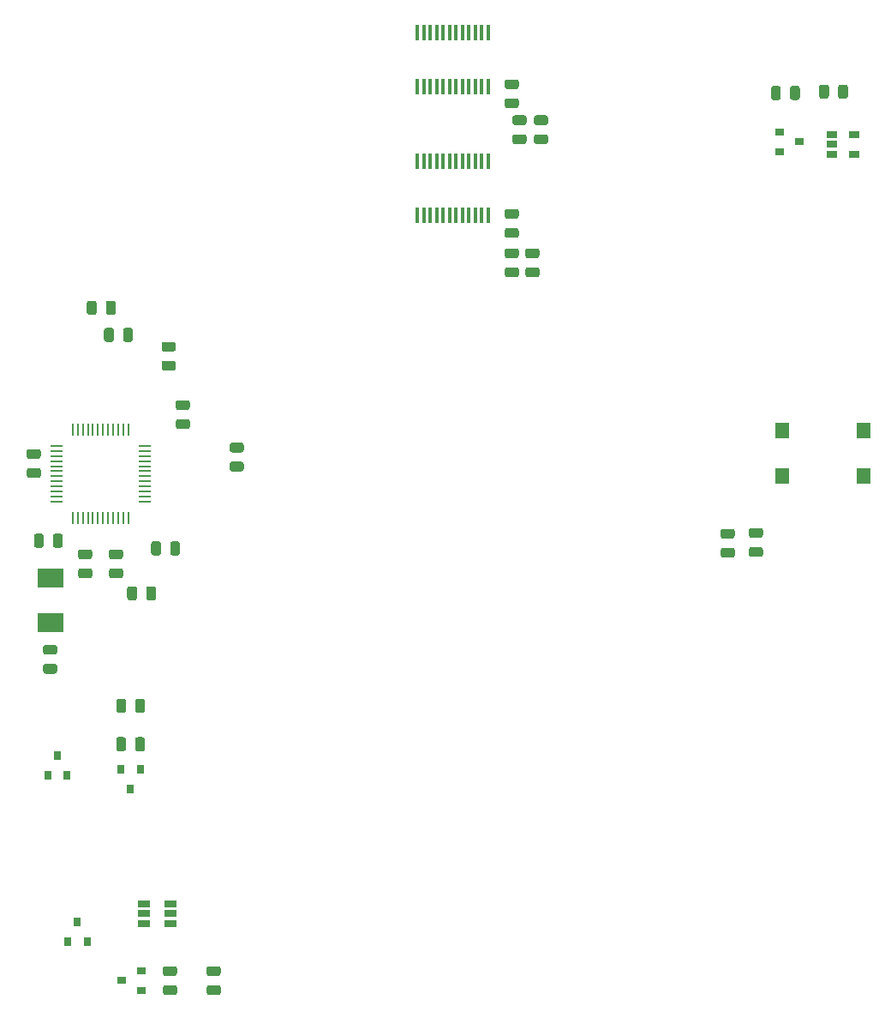
<source format=gbr>
G04 #@! TF.GenerationSoftware,KiCad,Pcbnew,(5.1.6-0-10_14)*
G04 #@! TF.CreationDate,2020-09-15T11:41:32-04:00*
G04 #@! TF.ProjectId,imperializer,696d7065-7269-4616-9c69-7a65722e6b69,1.2*
G04 #@! TF.SameCoordinates,Original*
G04 #@! TF.FileFunction,Paste,Bot*
G04 #@! TF.FilePolarity,Positive*
%FSLAX46Y46*%
G04 Gerber Fmt 4.6, Leading zero omitted, Abs format (unit mm)*
G04 Created by KiCad (PCBNEW (5.1.6-0-10_14)) date 2020-09-15 11:41:32*
%MOMM*%
%LPD*%
G01*
G04 APERTURE LIST*
%ADD10R,0.900000X0.800000*%
%ADD11R,0.800000X0.900000*%
%ADD12R,1.220000X0.650000*%
%ADD13R,1.060000X0.650000*%
%ADD14R,1.400000X1.600000*%
%ADD15R,2.500000X1.900000*%
%ADD16R,0.250000X1.300000*%
%ADD17R,1.300000X0.250000*%
%ADD18R,0.410000X1.600000*%
G04 APERTURE END LIST*
G36*
G01*
X99626000Y-86538750D02*
X99626000Y-87451250D01*
G75*
G02*
X99382250Y-87695000I-243750J0D01*
G01*
X98894750Y-87695000D01*
G75*
G02*
X98651000Y-87451250I0J243750D01*
G01*
X98651000Y-86538750D01*
G75*
G02*
X98894750Y-86295000I243750J0D01*
G01*
X99382250Y-86295000D01*
G75*
G02*
X99626000Y-86538750I0J-243750D01*
G01*
G37*
G36*
G01*
X101501000Y-86538750D02*
X101501000Y-87451250D01*
G75*
G02*
X101257250Y-87695000I-243750J0D01*
G01*
X100769750Y-87695000D01*
G75*
G02*
X100526000Y-87451250I0J243750D01*
G01*
X100526000Y-86538750D01*
G75*
G02*
X100769750Y-86295000I243750J0D01*
G01*
X101257250Y-86295000D01*
G75*
G02*
X101501000Y-86538750I0J-243750D01*
G01*
G37*
G36*
G01*
X95640500Y-58344750D02*
X95640500Y-59257250D01*
G75*
G02*
X95396750Y-59501000I-243750J0D01*
G01*
X94909250Y-59501000D01*
G75*
G02*
X94665500Y-59257250I0J243750D01*
G01*
X94665500Y-58344750D01*
G75*
G02*
X94909250Y-58101000I243750J0D01*
G01*
X95396750Y-58101000D01*
G75*
G02*
X95640500Y-58344750I0J-243750D01*
G01*
G37*
G36*
G01*
X97515500Y-58344750D02*
X97515500Y-59257250D01*
G75*
G02*
X97271750Y-59501000I-243750J0D01*
G01*
X96784250Y-59501000D01*
G75*
G02*
X96540500Y-59257250I0J243750D01*
G01*
X96540500Y-58344750D01*
G75*
G02*
X96784250Y-58101000I243750J0D01*
G01*
X97271750Y-58101000D01*
G75*
G02*
X97515500Y-58344750I0J-243750D01*
G01*
G37*
G36*
G01*
X97340000Y-61011750D02*
X97340000Y-61924250D01*
G75*
G02*
X97096250Y-62168000I-243750J0D01*
G01*
X96608750Y-62168000D01*
G75*
G02*
X96365000Y-61924250I0J243750D01*
G01*
X96365000Y-61011750D01*
G75*
G02*
X96608750Y-60768000I243750J0D01*
G01*
X97096250Y-60768000D01*
G75*
G02*
X97340000Y-61011750I0J-243750D01*
G01*
G37*
G36*
G01*
X99215000Y-61011750D02*
X99215000Y-61924250D01*
G75*
G02*
X98971250Y-62168000I-243750J0D01*
G01*
X98483750Y-62168000D01*
G75*
G02*
X98240000Y-61924250I0J243750D01*
G01*
X98240000Y-61011750D01*
G75*
G02*
X98483750Y-60768000I243750J0D01*
G01*
X98971250Y-60768000D01*
G75*
G02*
X99215000Y-61011750I0J-243750D01*
G01*
G37*
G36*
G01*
X103199250Y-63128500D02*
X102286750Y-63128500D01*
G75*
G02*
X102043000Y-62884750I0J243750D01*
G01*
X102043000Y-62397250D01*
G75*
G02*
X102286750Y-62153500I243750J0D01*
G01*
X103199250Y-62153500D01*
G75*
G02*
X103443000Y-62397250I0J-243750D01*
G01*
X103443000Y-62884750D01*
G75*
G02*
X103199250Y-63128500I-243750J0D01*
G01*
G37*
G36*
G01*
X103199250Y-65003500D02*
X102286750Y-65003500D01*
G75*
G02*
X102043000Y-64759750I0J243750D01*
G01*
X102043000Y-64272250D01*
G75*
G02*
X102286750Y-64028500I243750J0D01*
G01*
X103199250Y-64028500D01*
G75*
G02*
X103443000Y-64272250I0J-243750D01*
G01*
X103443000Y-64759750D01*
G75*
G02*
X103199250Y-65003500I-243750J0D01*
G01*
G37*
G36*
G01*
X160325750Y-82413500D02*
X161238250Y-82413500D01*
G75*
G02*
X161482000Y-82657250I0J-243750D01*
G01*
X161482000Y-83144750D01*
G75*
G02*
X161238250Y-83388500I-243750J0D01*
G01*
X160325750Y-83388500D01*
G75*
G02*
X160082000Y-83144750I0J243750D01*
G01*
X160082000Y-82657250D01*
G75*
G02*
X160325750Y-82413500I243750J0D01*
G01*
G37*
G36*
G01*
X160325750Y-80538500D02*
X161238250Y-80538500D01*
G75*
G02*
X161482000Y-80782250I0J-243750D01*
G01*
X161482000Y-81269750D01*
G75*
G02*
X161238250Y-81513500I-243750J0D01*
G01*
X160325750Y-81513500D01*
G75*
G02*
X160082000Y-81269750I0J243750D01*
G01*
X160082000Y-80782250D01*
G75*
G02*
X160325750Y-80538500I243750J0D01*
G01*
G37*
G36*
G01*
X157531750Y-82492000D02*
X158444250Y-82492000D01*
G75*
G02*
X158688000Y-82735750I0J-243750D01*
G01*
X158688000Y-83223250D01*
G75*
G02*
X158444250Y-83467000I-243750J0D01*
G01*
X157531750Y-83467000D01*
G75*
G02*
X157288000Y-83223250I0J243750D01*
G01*
X157288000Y-82735750D01*
G75*
G02*
X157531750Y-82492000I243750J0D01*
G01*
G37*
G36*
G01*
X157531750Y-80617000D02*
X158444250Y-80617000D01*
G75*
G02*
X158688000Y-80860750I0J-243750D01*
G01*
X158688000Y-81348250D01*
G75*
G02*
X158444250Y-81592000I-243750J0D01*
G01*
X157531750Y-81592000D01*
G75*
G02*
X157288000Y-81348250I0J243750D01*
G01*
X157288000Y-80860750D01*
G75*
G02*
X157531750Y-80617000I243750J0D01*
G01*
G37*
D10*
X165084000Y-42418000D03*
X163084000Y-41468000D03*
X163084000Y-43368000D03*
D11*
X93726000Y-119396000D03*
X92776000Y-121396000D03*
X94676000Y-121396000D03*
D12*
X100290000Y-117668000D03*
X100290000Y-118618000D03*
X100290000Y-119568000D03*
X102910000Y-119568000D03*
X102910000Y-118618000D03*
X102910000Y-117668000D03*
D13*
X170518000Y-43622000D03*
X170518000Y-41722000D03*
X168318000Y-41722000D03*
X168318000Y-42672000D03*
X168318000Y-43622000D03*
G36*
G01*
X89864250Y-73718000D02*
X88951750Y-73718000D01*
G75*
G02*
X88708000Y-73474250I0J243750D01*
G01*
X88708000Y-72986750D01*
G75*
G02*
X88951750Y-72743000I243750J0D01*
G01*
X89864250Y-72743000D01*
G75*
G02*
X90108000Y-72986750I0J-243750D01*
G01*
X90108000Y-73474250D01*
G75*
G02*
X89864250Y-73718000I-243750J0D01*
G01*
G37*
G36*
G01*
X89864250Y-75593000D02*
X88951750Y-75593000D01*
G75*
G02*
X88708000Y-75349250I0J243750D01*
G01*
X88708000Y-74861750D01*
G75*
G02*
X88951750Y-74618000I243750J0D01*
G01*
X89864250Y-74618000D01*
G75*
G02*
X90108000Y-74861750I0J-243750D01*
G01*
X90108000Y-75349250D01*
G75*
G02*
X89864250Y-75593000I-243750J0D01*
G01*
G37*
G36*
G01*
X104596250Y-68892000D02*
X103683750Y-68892000D01*
G75*
G02*
X103440000Y-68648250I0J243750D01*
G01*
X103440000Y-68160750D01*
G75*
G02*
X103683750Y-67917000I243750J0D01*
G01*
X104596250Y-67917000D01*
G75*
G02*
X104840000Y-68160750I0J-243750D01*
G01*
X104840000Y-68648250D01*
G75*
G02*
X104596250Y-68892000I-243750J0D01*
G01*
G37*
G36*
G01*
X104596250Y-70767000D02*
X103683750Y-70767000D01*
G75*
G02*
X103440000Y-70523250I0J243750D01*
G01*
X103440000Y-70035750D01*
G75*
G02*
X103683750Y-69792000I243750J0D01*
G01*
X104596250Y-69792000D01*
G75*
G02*
X104840000Y-70035750I0J-243750D01*
G01*
X104840000Y-70523250D01*
G75*
G02*
X104596250Y-70767000I-243750J0D01*
G01*
G37*
G36*
G01*
X109017750Y-73983000D02*
X109930250Y-73983000D01*
G75*
G02*
X110174000Y-74226750I0J-243750D01*
G01*
X110174000Y-74714250D01*
G75*
G02*
X109930250Y-74958000I-243750J0D01*
G01*
X109017750Y-74958000D01*
G75*
G02*
X108774000Y-74714250I0J243750D01*
G01*
X108774000Y-74226750D01*
G75*
G02*
X109017750Y-73983000I243750J0D01*
G01*
G37*
G36*
G01*
X109017750Y-72108000D02*
X109930250Y-72108000D01*
G75*
G02*
X110174000Y-72351750I0J-243750D01*
G01*
X110174000Y-72839250D01*
G75*
G02*
X109930250Y-73083000I-243750J0D01*
G01*
X109017750Y-73083000D01*
G75*
G02*
X108774000Y-72839250I0J243750D01*
G01*
X108774000Y-72351750D01*
G75*
G02*
X109017750Y-72108000I243750J0D01*
G01*
G37*
G36*
G01*
X168900500Y-37921250D02*
X168900500Y-37008750D01*
G75*
G02*
X169144250Y-36765000I243750J0D01*
G01*
X169631750Y-36765000D01*
G75*
G02*
X169875500Y-37008750I0J-243750D01*
G01*
X169875500Y-37921250D01*
G75*
G02*
X169631750Y-38165000I-243750J0D01*
G01*
X169144250Y-38165000D01*
G75*
G02*
X168900500Y-37921250I0J243750D01*
G01*
G37*
G36*
G01*
X167025500Y-37921250D02*
X167025500Y-37008750D01*
G75*
G02*
X167269250Y-36765000I243750J0D01*
G01*
X167756750Y-36765000D01*
G75*
G02*
X168000500Y-37008750I0J-243750D01*
G01*
X168000500Y-37921250D01*
G75*
G02*
X167756750Y-38165000I-243750J0D01*
G01*
X167269250Y-38165000D01*
G75*
G02*
X167025500Y-37921250I0J243750D01*
G01*
G37*
G36*
G01*
X164153000Y-38048250D02*
X164153000Y-37135750D01*
G75*
G02*
X164396750Y-36892000I243750J0D01*
G01*
X164884250Y-36892000D01*
G75*
G02*
X165128000Y-37135750I0J-243750D01*
G01*
X165128000Y-38048250D01*
G75*
G02*
X164884250Y-38292000I-243750J0D01*
G01*
X164396750Y-38292000D01*
G75*
G02*
X164153000Y-38048250I0J243750D01*
G01*
G37*
G36*
G01*
X162278000Y-38048250D02*
X162278000Y-37135750D01*
G75*
G02*
X162521750Y-36892000I243750J0D01*
G01*
X163009250Y-36892000D01*
G75*
G02*
X163253000Y-37135750I0J-243750D01*
G01*
X163253000Y-38048250D01*
G75*
G02*
X163009250Y-38292000I-243750J0D01*
G01*
X162521750Y-38292000D01*
G75*
G02*
X162278000Y-38048250I0J243750D01*
G01*
G37*
D11*
X91760000Y-102978200D03*
X90810000Y-104978200D03*
X92710000Y-104978200D03*
G36*
G01*
X98533800Y-97638550D02*
X98533800Y-98551050D01*
G75*
G02*
X98290050Y-98794800I-243750J0D01*
G01*
X97802550Y-98794800D01*
G75*
G02*
X97558800Y-98551050I0J243750D01*
G01*
X97558800Y-97638550D01*
G75*
G02*
X97802550Y-97394800I243750J0D01*
G01*
X98290050Y-97394800D01*
G75*
G02*
X98533800Y-97638550I0J-243750D01*
G01*
G37*
G36*
G01*
X100408800Y-97638550D02*
X100408800Y-98551050D01*
G75*
G02*
X100165050Y-98794800I-243750J0D01*
G01*
X99677550Y-98794800D01*
G75*
G02*
X99433800Y-98551050I0J243750D01*
G01*
X99433800Y-97638550D01*
G75*
G02*
X99677550Y-97394800I243750J0D01*
G01*
X100165050Y-97394800D01*
G75*
G02*
X100408800Y-97638550I0J-243750D01*
G01*
G37*
G36*
G01*
X98533800Y-101423150D02*
X98533800Y-102335650D01*
G75*
G02*
X98290050Y-102579400I-243750J0D01*
G01*
X97802550Y-102579400D01*
G75*
G02*
X97558800Y-102335650I0J243750D01*
G01*
X97558800Y-101423150D01*
G75*
G02*
X97802550Y-101179400I243750J0D01*
G01*
X98290050Y-101179400D01*
G75*
G02*
X98533800Y-101423150I0J-243750D01*
G01*
G37*
G36*
G01*
X100408800Y-101423150D02*
X100408800Y-102335650D01*
G75*
G02*
X100165050Y-102579400I-243750J0D01*
G01*
X99677550Y-102579400D01*
G75*
G02*
X99433800Y-102335650I0J243750D01*
G01*
X99433800Y-101423150D01*
G75*
G02*
X99677550Y-101179400I243750J0D01*
G01*
X100165050Y-101179400D01*
G75*
G02*
X100408800Y-101423150I0J-243750D01*
G01*
G37*
G36*
G01*
X106731750Y-125672000D02*
X107644250Y-125672000D01*
G75*
G02*
X107888000Y-125915750I0J-243750D01*
G01*
X107888000Y-126403250D01*
G75*
G02*
X107644250Y-126647000I-243750J0D01*
G01*
X106731750Y-126647000D01*
G75*
G02*
X106488000Y-126403250I0J243750D01*
G01*
X106488000Y-125915750D01*
G75*
G02*
X106731750Y-125672000I243750J0D01*
G01*
G37*
G36*
G01*
X106731750Y-123797000D02*
X107644250Y-123797000D01*
G75*
G02*
X107888000Y-124040750I0J-243750D01*
G01*
X107888000Y-124528250D01*
G75*
G02*
X107644250Y-124772000I-243750J0D01*
G01*
X106731750Y-124772000D01*
G75*
G02*
X106488000Y-124528250I0J243750D01*
G01*
X106488000Y-124040750D01*
G75*
G02*
X106731750Y-123797000I243750J0D01*
G01*
G37*
G36*
G01*
X103326250Y-124772000D02*
X102413750Y-124772000D01*
G75*
G02*
X102170000Y-124528250I0J243750D01*
G01*
X102170000Y-124040750D01*
G75*
G02*
X102413750Y-123797000I243750J0D01*
G01*
X103326250Y-123797000D01*
G75*
G02*
X103570000Y-124040750I0J-243750D01*
G01*
X103570000Y-124528250D01*
G75*
G02*
X103326250Y-124772000I-243750J0D01*
G01*
G37*
G36*
G01*
X103326250Y-126647000D02*
X102413750Y-126647000D01*
G75*
G02*
X102170000Y-126403250I0J243750D01*
G01*
X102170000Y-125915750D01*
G75*
G02*
X102413750Y-125672000I243750J0D01*
G01*
X103326250Y-125672000D01*
G75*
G02*
X103570000Y-125915750I0J-243750D01*
G01*
X103570000Y-126403250D01*
G75*
G02*
X103326250Y-126647000I-243750J0D01*
G01*
G37*
X98983800Y-106333800D03*
X99933800Y-104333800D03*
X98033800Y-104333800D03*
D10*
X98060000Y-125222000D03*
X100060000Y-126172000D03*
X100060000Y-124272000D03*
D14*
X171386000Y-70902000D03*
X163386000Y-70902000D03*
X171386000Y-75402000D03*
X163386000Y-75402000D03*
G36*
G01*
X102890500Y-83006250D02*
X102890500Y-82093750D01*
G75*
G02*
X103134250Y-81850000I243750J0D01*
G01*
X103621750Y-81850000D01*
G75*
G02*
X103865500Y-82093750I0J-243750D01*
G01*
X103865500Y-83006250D01*
G75*
G02*
X103621750Y-83250000I-243750J0D01*
G01*
X103134250Y-83250000D01*
G75*
G02*
X102890500Y-83006250I0J243750D01*
G01*
G37*
G36*
G01*
X101015500Y-83006250D02*
X101015500Y-82093750D01*
G75*
G02*
X101259250Y-81850000I243750J0D01*
G01*
X101746750Y-81850000D01*
G75*
G02*
X101990500Y-82093750I0J-243750D01*
G01*
X101990500Y-83006250D01*
G75*
G02*
X101746750Y-83250000I-243750J0D01*
G01*
X101259250Y-83250000D01*
G75*
G02*
X101015500Y-83006250I0J243750D01*
G01*
G37*
G36*
G01*
X94031750Y-84524000D02*
X94944250Y-84524000D01*
G75*
G02*
X95188000Y-84767750I0J-243750D01*
G01*
X95188000Y-85255250D01*
G75*
G02*
X94944250Y-85499000I-243750J0D01*
G01*
X94031750Y-85499000D01*
G75*
G02*
X93788000Y-85255250I0J243750D01*
G01*
X93788000Y-84767750D01*
G75*
G02*
X94031750Y-84524000I243750J0D01*
G01*
G37*
G36*
G01*
X94031750Y-82649000D02*
X94944250Y-82649000D01*
G75*
G02*
X95188000Y-82892750I0J-243750D01*
G01*
X95188000Y-83380250D01*
G75*
G02*
X94944250Y-83624000I-243750J0D01*
G01*
X94031750Y-83624000D01*
G75*
G02*
X93788000Y-83380250I0J243750D01*
G01*
X93788000Y-82892750D01*
G75*
G02*
X94031750Y-82649000I243750J0D01*
G01*
G37*
G36*
G01*
X97992250Y-83624000D02*
X97079750Y-83624000D01*
G75*
G02*
X96836000Y-83380250I0J243750D01*
G01*
X96836000Y-82892750D01*
G75*
G02*
X97079750Y-82649000I243750J0D01*
G01*
X97992250Y-82649000D01*
G75*
G02*
X98236000Y-82892750I0J-243750D01*
G01*
X98236000Y-83380250D01*
G75*
G02*
X97992250Y-83624000I-243750J0D01*
G01*
G37*
G36*
G01*
X97992250Y-85499000D02*
X97079750Y-85499000D01*
G75*
G02*
X96836000Y-85255250I0J243750D01*
G01*
X96836000Y-84767750D01*
G75*
G02*
X97079750Y-84524000I243750J0D01*
G01*
X97992250Y-84524000D01*
G75*
G02*
X98236000Y-84767750I0J-243750D01*
G01*
X98236000Y-85255250D01*
G75*
G02*
X97992250Y-85499000I-243750J0D01*
G01*
G37*
G36*
G01*
X91489850Y-93045100D02*
X90577350Y-93045100D01*
G75*
G02*
X90333600Y-92801350I0J243750D01*
G01*
X90333600Y-92313850D01*
G75*
G02*
X90577350Y-92070100I243750J0D01*
G01*
X91489850Y-92070100D01*
G75*
G02*
X91733600Y-92313850I0J-243750D01*
G01*
X91733600Y-92801350D01*
G75*
G02*
X91489850Y-93045100I-243750J0D01*
G01*
G37*
G36*
G01*
X91489850Y-94920100D02*
X90577350Y-94920100D01*
G75*
G02*
X90333600Y-94676350I0J243750D01*
G01*
X90333600Y-94188850D01*
G75*
G02*
X90577350Y-93945100I243750J0D01*
G01*
X91489850Y-93945100D01*
G75*
G02*
X91733600Y-94188850I0J-243750D01*
G01*
X91733600Y-94676350D01*
G75*
G02*
X91489850Y-94920100I-243750J0D01*
G01*
G37*
G36*
G01*
X91303500Y-82244250D02*
X91303500Y-81331750D01*
G75*
G02*
X91547250Y-81088000I243750J0D01*
G01*
X92034750Y-81088000D01*
G75*
G02*
X92278500Y-81331750I0J-243750D01*
G01*
X92278500Y-82244250D01*
G75*
G02*
X92034750Y-82488000I-243750J0D01*
G01*
X91547250Y-82488000D01*
G75*
G02*
X91303500Y-82244250I0J243750D01*
G01*
G37*
G36*
G01*
X89428500Y-82244250D02*
X89428500Y-81331750D01*
G75*
G02*
X89672250Y-81088000I243750J0D01*
G01*
X90159750Y-81088000D01*
G75*
G02*
X90403500Y-81331750I0J-243750D01*
G01*
X90403500Y-82244250D01*
G75*
G02*
X90159750Y-82488000I-243750J0D01*
G01*
X89672250Y-82488000D01*
G75*
G02*
X89428500Y-82244250I0J243750D01*
G01*
G37*
D15*
X91033600Y-85506200D03*
X91033600Y-89906200D03*
D16*
X93262000Y-79534000D03*
X93762000Y-79534000D03*
X94262000Y-79534000D03*
X94762000Y-79534000D03*
X95262000Y-79534000D03*
X95762000Y-79534000D03*
X96262000Y-79534000D03*
X96762000Y-79534000D03*
X97262000Y-79534000D03*
X97762000Y-79534000D03*
X98262000Y-79534000D03*
X98762000Y-79534000D03*
D17*
X100362000Y-77934000D03*
X100362000Y-77434000D03*
X100362000Y-76934000D03*
X100362000Y-76434000D03*
X100362000Y-75934000D03*
X100362000Y-75434000D03*
X100362000Y-74934000D03*
X100362000Y-74434000D03*
X100362000Y-73934000D03*
X100362000Y-73434000D03*
X100362000Y-72934000D03*
X100362000Y-72434000D03*
D16*
X98762000Y-70834000D03*
X98262000Y-70834000D03*
X97762000Y-70834000D03*
X97262000Y-70834000D03*
X96762000Y-70834000D03*
X96262000Y-70834000D03*
X95762000Y-70834000D03*
X95262000Y-70834000D03*
X94762000Y-70834000D03*
X94262000Y-70834000D03*
X93762000Y-70834000D03*
X93262000Y-70834000D03*
D17*
X91662000Y-72434000D03*
X91662000Y-72934000D03*
X91662000Y-73434000D03*
X91662000Y-73934000D03*
X91662000Y-74434000D03*
X91662000Y-74934000D03*
X91662000Y-75434000D03*
X91662000Y-75934000D03*
X91662000Y-76434000D03*
X91662000Y-76934000D03*
X91662000Y-77434000D03*
X91662000Y-77934000D03*
G36*
G01*
X136957750Y-41671900D02*
X137870250Y-41671900D01*
G75*
G02*
X138114000Y-41915650I0J-243750D01*
G01*
X138114000Y-42403150D01*
G75*
G02*
X137870250Y-42646900I-243750J0D01*
G01*
X136957750Y-42646900D01*
G75*
G02*
X136714000Y-42403150I0J243750D01*
G01*
X136714000Y-41915650D01*
G75*
G02*
X136957750Y-41671900I243750J0D01*
G01*
G37*
G36*
G01*
X136957750Y-39796900D02*
X137870250Y-39796900D01*
G75*
G02*
X138114000Y-40040650I0J-243750D01*
G01*
X138114000Y-40528150D01*
G75*
G02*
X137870250Y-40771900I-243750J0D01*
G01*
X136957750Y-40771900D01*
G75*
G02*
X136714000Y-40528150I0J243750D01*
G01*
X136714000Y-40040650D01*
G75*
G02*
X136957750Y-39796900I243750J0D01*
G01*
G37*
G36*
G01*
X136195750Y-38120500D02*
X137108250Y-38120500D01*
G75*
G02*
X137352000Y-38364250I0J-243750D01*
G01*
X137352000Y-38851750D01*
G75*
G02*
X137108250Y-39095500I-243750J0D01*
G01*
X136195750Y-39095500D01*
G75*
G02*
X135952000Y-38851750I0J243750D01*
G01*
X135952000Y-38364250D01*
G75*
G02*
X136195750Y-38120500I243750J0D01*
G01*
G37*
G36*
G01*
X136195750Y-36245500D02*
X137108250Y-36245500D01*
G75*
G02*
X137352000Y-36489250I0J-243750D01*
G01*
X137352000Y-36976750D01*
G75*
G02*
X137108250Y-37220500I-243750J0D01*
G01*
X136195750Y-37220500D01*
G75*
G02*
X135952000Y-36976750I0J243750D01*
G01*
X135952000Y-36489250D01*
G75*
G02*
X136195750Y-36245500I243750J0D01*
G01*
G37*
G36*
G01*
X139091350Y-41671900D02*
X140003850Y-41671900D01*
G75*
G02*
X140247600Y-41915650I0J-243750D01*
G01*
X140247600Y-42403150D01*
G75*
G02*
X140003850Y-42646900I-243750J0D01*
G01*
X139091350Y-42646900D01*
G75*
G02*
X138847600Y-42403150I0J243750D01*
G01*
X138847600Y-41915650D01*
G75*
G02*
X139091350Y-41671900I243750J0D01*
G01*
G37*
G36*
G01*
X139091350Y-39796900D02*
X140003850Y-39796900D01*
G75*
G02*
X140247600Y-40040650I0J-243750D01*
G01*
X140247600Y-40528150D01*
G75*
G02*
X140003850Y-40771900I-243750J0D01*
G01*
X139091350Y-40771900D01*
G75*
G02*
X138847600Y-40528150I0J243750D01*
G01*
X138847600Y-40040650D01*
G75*
G02*
X139091350Y-39796900I243750J0D01*
G01*
G37*
D18*
X127317500Y-36944300D03*
X127952500Y-36944300D03*
X128587500Y-36944300D03*
X129222500Y-36944300D03*
X132397500Y-36944300D03*
X133032500Y-36944300D03*
X133667500Y-36944300D03*
X134302500Y-36944300D03*
X134302500Y-31635700D03*
X133667500Y-31635700D03*
X133032500Y-31635700D03*
X132397500Y-31635700D03*
X129222500Y-31635700D03*
X128587500Y-31635700D03*
X127952500Y-31635700D03*
X127317500Y-31635700D03*
X129857500Y-31635700D03*
X130492500Y-31635700D03*
X130492500Y-36944300D03*
X129857500Y-36944300D03*
X131127500Y-31635700D03*
X131762500Y-31635700D03*
X131127500Y-36944300D03*
X131762500Y-36944300D03*
G36*
G01*
X136195750Y-54806000D02*
X137108250Y-54806000D01*
G75*
G02*
X137352000Y-55049750I0J-243750D01*
G01*
X137352000Y-55537250D01*
G75*
G02*
X137108250Y-55781000I-243750J0D01*
G01*
X136195750Y-55781000D01*
G75*
G02*
X135952000Y-55537250I0J243750D01*
G01*
X135952000Y-55049750D01*
G75*
G02*
X136195750Y-54806000I243750J0D01*
G01*
G37*
G36*
G01*
X136195750Y-52931000D02*
X137108250Y-52931000D01*
G75*
G02*
X137352000Y-53174750I0J-243750D01*
G01*
X137352000Y-53662250D01*
G75*
G02*
X137108250Y-53906000I-243750J0D01*
G01*
X136195750Y-53906000D01*
G75*
G02*
X135952000Y-53662250I0J243750D01*
G01*
X135952000Y-53174750D01*
G75*
G02*
X136195750Y-52931000I243750J0D01*
G01*
G37*
G36*
G01*
X136195750Y-50917500D02*
X137108250Y-50917500D01*
G75*
G02*
X137352000Y-51161250I0J-243750D01*
G01*
X137352000Y-51648750D01*
G75*
G02*
X137108250Y-51892500I-243750J0D01*
G01*
X136195750Y-51892500D01*
G75*
G02*
X135952000Y-51648750I0J243750D01*
G01*
X135952000Y-51161250D01*
G75*
G02*
X136195750Y-50917500I243750J0D01*
G01*
G37*
G36*
G01*
X136195750Y-49042500D02*
X137108250Y-49042500D01*
G75*
G02*
X137352000Y-49286250I0J-243750D01*
G01*
X137352000Y-49773750D01*
G75*
G02*
X137108250Y-50017500I-243750J0D01*
G01*
X136195750Y-50017500D01*
G75*
G02*
X135952000Y-49773750I0J243750D01*
G01*
X135952000Y-49286250D01*
G75*
G02*
X136195750Y-49042500I243750J0D01*
G01*
G37*
G36*
G01*
X138227750Y-54806000D02*
X139140250Y-54806000D01*
G75*
G02*
X139384000Y-55049750I0J-243750D01*
G01*
X139384000Y-55537250D01*
G75*
G02*
X139140250Y-55781000I-243750J0D01*
G01*
X138227750Y-55781000D01*
G75*
G02*
X137984000Y-55537250I0J243750D01*
G01*
X137984000Y-55049750D01*
G75*
G02*
X138227750Y-54806000I243750J0D01*
G01*
G37*
G36*
G01*
X138227750Y-52931000D02*
X139140250Y-52931000D01*
G75*
G02*
X139384000Y-53174750I0J-243750D01*
G01*
X139384000Y-53662250D01*
G75*
G02*
X139140250Y-53906000I-243750J0D01*
G01*
X138227750Y-53906000D01*
G75*
G02*
X137984000Y-53662250I0J243750D01*
G01*
X137984000Y-53174750D01*
G75*
G02*
X138227750Y-52931000I243750J0D01*
G01*
G37*
X127317500Y-49644300D03*
X127952500Y-49644300D03*
X128587500Y-49644300D03*
X129222500Y-49644300D03*
X132397500Y-49644300D03*
X133032500Y-49644300D03*
X133667500Y-49644300D03*
X134302500Y-49644300D03*
X134302500Y-44335700D03*
X133667500Y-44335700D03*
X133032500Y-44335700D03*
X132397500Y-44335700D03*
X129222500Y-44335700D03*
X128587500Y-44335700D03*
X127952500Y-44335700D03*
X127317500Y-44335700D03*
X129857500Y-44335700D03*
X130492500Y-44335700D03*
X130492500Y-49644300D03*
X129857500Y-49644300D03*
X131127500Y-44335700D03*
X131762500Y-44335700D03*
X131127500Y-49644300D03*
X131762500Y-49644300D03*
M02*

</source>
